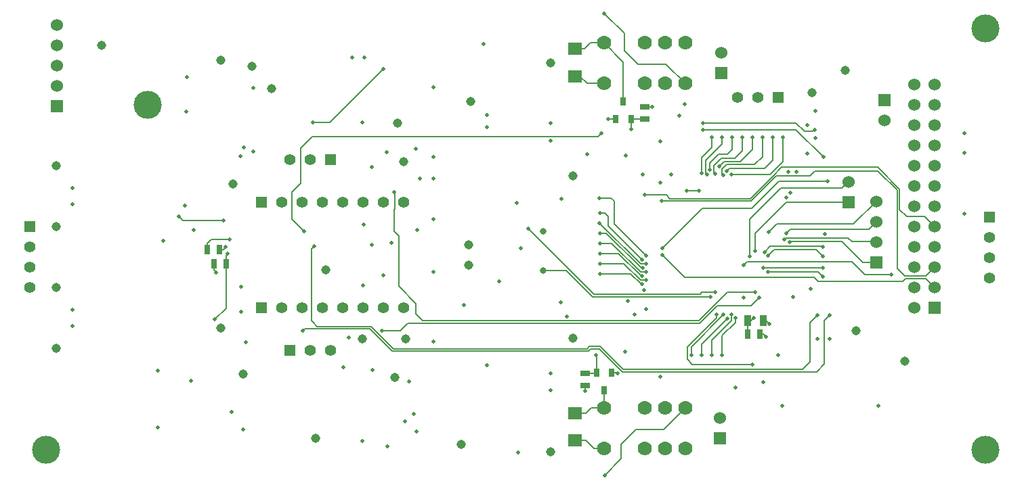
<source format=gbl>
G04 (created by PCBNEW (2013-07-07 BZR 4022)-stable) date 9/7/2014 5:26:02 PM*
%MOIN*%
G04 Gerber Fmt 3.4, Leading zero omitted, Abs format*
%FSLAX34Y34*%
G01*
G70*
G90*
G04 APERTURE LIST*
%ADD10C,0.00590551*%
%ADD11R,0.0315X0.0394*%
%ADD12R,0.035X0.055*%
%ADD13R,0.045X0.025*%
%ADD14R,0.025X0.045*%
%ADD15R,0.055X0.055*%
%ADD16C,0.055*%
%ADD17C,0.045*%
%ADD18R,0.06X0.06*%
%ADD19C,0.06*%
%ADD20R,0.07X0.06*%
%ADD21C,0.0314961*%
%ADD22C,0.07*%
%ADD23C,0.138*%
%ADD24C,0.02*%
%ADD25C,0.006*%
G04 APERTURE END LIST*
G54D10*
G54D11*
X90170Y-46597D03*
X89795Y-47463D03*
X90545Y-47463D03*
X89220Y-60843D03*
X89595Y-59977D03*
X88845Y-59977D03*
G54D12*
X96295Y-57380D03*
X97045Y-57380D03*
G54D13*
X88290Y-59980D03*
X88290Y-60580D03*
X91220Y-47460D03*
X91220Y-46860D03*
G54D14*
X96290Y-58070D03*
X96890Y-58070D03*
G54D15*
X72370Y-56770D03*
G54D16*
X73370Y-56770D03*
X74370Y-56770D03*
X75370Y-56770D03*
X76370Y-56770D03*
X77370Y-56770D03*
X78370Y-56770D03*
X79370Y-56770D03*
G54D15*
X72370Y-51570D03*
G54D16*
X73370Y-51570D03*
X74370Y-51570D03*
X75370Y-51570D03*
X76370Y-51570D03*
X77370Y-51570D03*
X78370Y-51570D03*
X79370Y-51570D03*
G54D15*
X60970Y-52770D03*
G54D16*
X60970Y-53770D03*
X60970Y-54770D03*
X60970Y-55770D03*
G54D15*
X108210Y-52310D03*
G54D16*
X108210Y-53310D03*
X108210Y-54310D03*
X108210Y-55310D03*
G54D15*
X97800Y-46380D03*
G54D16*
X96800Y-46380D03*
X95800Y-46380D03*
G54D15*
X75770Y-49470D03*
G54D16*
X74770Y-49470D03*
X73770Y-49470D03*
G54D15*
X73770Y-58870D03*
G54D16*
X74770Y-58870D03*
X75770Y-58870D03*
G54D17*
X70970Y-50670D03*
X82570Y-54670D03*
X82570Y-53670D03*
X79070Y-47670D03*
X77320Y-58280D03*
X70370Y-57770D03*
X62270Y-55770D03*
X62270Y-58770D03*
X62270Y-49770D03*
X62270Y-52770D03*
X79370Y-49570D03*
X79470Y-58300D03*
X87690Y-50270D03*
X86580Y-44710D03*
X86580Y-63860D03*
X87690Y-58270D03*
X72870Y-45960D03*
X71450Y-60040D03*
G54D18*
X102630Y-54520D03*
G54D19*
X102630Y-53520D03*
X102630Y-52520D03*
X102630Y-51520D03*
G54D18*
X103030Y-46540D03*
G54D19*
X103030Y-47540D03*
G54D18*
X101250Y-51550D03*
G54D19*
X101250Y-50550D03*
G54D18*
X105490Y-56770D03*
G54D19*
X104490Y-56770D03*
X105490Y-55770D03*
X104490Y-55770D03*
X105490Y-54770D03*
X104490Y-54770D03*
X105490Y-53770D03*
X104490Y-53770D03*
X105490Y-52770D03*
X104490Y-52770D03*
X105490Y-51770D03*
X104490Y-51770D03*
X105490Y-50770D03*
X104490Y-50770D03*
X105490Y-49770D03*
X104490Y-49770D03*
X105490Y-48770D03*
X104490Y-48770D03*
X105490Y-47770D03*
X104490Y-47770D03*
X105490Y-46770D03*
X104490Y-46770D03*
X105490Y-45770D03*
X104490Y-45770D03*
G54D20*
X87790Y-61950D03*
X87790Y-63290D03*
X87790Y-44010D03*
X87790Y-45350D03*
G54D21*
X86230Y-54920D03*
X86230Y-52999D03*
G54D22*
X89220Y-45710D03*
X91220Y-45710D03*
X92220Y-45710D03*
X93220Y-45710D03*
X93220Y-43710D03*
X92220Y-43710D03*
X91220Y-43710D03*
X89220Y-43710D03*
X89220Y-63700D03*
X91220Y-63700D03*
X92220Y-63700D03*
X93220Y-63700D03*
X93220Y-61700D03*
X92220Y-61700D03*
X91220Y-61700D03*
X89220Y-61700D03*
G54D18*
X94990Y-45180D03*
G54D19*
X94990Y-44180D03*
G54D18*
X94930Y-63200D03*
G54D19*
X94930Y-62200D03*
G54D14*
X70020Y-54580D03*
X70620Y-54580D03*
X69710Y-53880D03*
X70310Y-53880D03*
G54D17*
X82180Y-63490D03*
X70370Y-44560D03*
X78940Y-60200D03*
X82670Y-46610D03*
X71900Y-44870D03*
X64500Y-43840D03*
X101110Y-45060D03*
X99470Y-46170D03*
X104040Y-59400D03*
X75520Y-54910D03*
X75030Y-63190D03*
X101640Y-57890D03*
G54D18*
X62300Y-46830D03*
G54D19*
X62300Y-45830D03*
X62300Y-44830D03*
X62300Y-43830D03*
X62300Y-42830D03*
G54D23*
X61750Y-63750D03*
X108000Y-43000D03*
X108000Y-63750D03*
X66750Y-46750D03*
G54D24*
X90720Y-57100D03*
X91290Y-56820D03*
X98530Y-56220D03*
X91990Y-50590D03*
X98410Y-51090D03*
X99620Y-48380D03*
X99630Y-47070D03*
X96580Y-57270D03*
X90550Y-47950D03*
X88840Y-59080D03*
X70600Y-53760D03*
X89240Y-42250D03*
X70070Y-57330D03*
X70710Y-54090D03*
X89250Y-65020D03*
X96670Y-56010D03*
X78880Y-51060D03*
X78310Y-57890D03*
X96870Y-56250D03*
X99580Y-47990D03*
X94110Y-47650D03*
X100020Y-49340D03*
X94110Y-48000D03*
X74970Y-53720D03*
X99720Y-57120D03*
X100330Y-57130D03*
X74390Y-57890D03*
X92100Y-54160D03*
X91240Y-51210D03*
X92070Y-51480D03*
X92100Y-53820D03*
X100230Y-50520D03*
X103350Y-55130D03*
X96100Y-54670D03*
X94470Y-56230D03*
X94700Y-56010D03*
X85500Y-52860D03*
X74460Y-52990D03*
X89090Y-48170D03*
X71970Y-49060D03*
X71320Y-49310D03*
X88400Y-49200D03*
X92930Y-47290D03*
X93210Y-46740D03*
X102730Y-61600D03*
X97070Y-60430D03*
X97990Y-61600D03*
X87380Y-57180D03*
X91990Y-48560D03*
X106960Y-48150D03*
X106960Y-49120D03*
X106960Y-52130D03*
X100330Y-58280D03*
X99720Y-58280D03*
X91600Y-46860D03*
X88290Y-60860D03*
X89430Y-47470D03*
X99230Y-47750D03*
X99230Y-49170D03*
X98210Y-51340D03*
X98700Y-50060D03*
X100110Y-53120D03*
X99390Y-55820D03*
X96080Y-56250D03*
X97810Y-59100D03*
X95690Y-60680D03*
X91980Y-60160D03*
X90260Y-58940D03*
X89910Y-59980D03*
X91190Y-55890D03*
X90410Y-56440D03*
X92530Y-50210D03*
X91120Y-50200D03*
X90290Y-49260D03*
X87136Y-51382D03*
X98300Y-50060D03*
X85130Y-53830D03*
X87110Y-56490D03*
X97370Y-57560D03*
X97190Y-58200D03*
X80170Y-50410D03*
X80830Y-50410D03*
X86580Y-47650D03*
X86580Y-48540D03*
X79990Y-62860D03*
X82320Y-56630D03*
X86580Y-59990D03*
X86580Y-60830D03*
X80820Y-58430D03*
X79620Y-60410D03*
X80820Y-45900D03*
X80820Y-54990D03*
X80820Y-52410D03*
X78770Y-53560D03*
X77390Y-52670D03*
X77370Y-55670D03*
X76660Y-58240D03*
X77320Y-63320D03*
X79440Y-62360D03*
X77820Y-59820D03*
X67260Y-59870D03*
X67250Y-62670D03*
X71470Y-62770D03*
X71580Y-58470D03*
X77800Y-49820D03*
X77420Y-44420D03*
X77320Y-47640D03*
X71970Y-45920D03*
X63070Y-56870D03*
X63070Y-57670D03*
X63070Y-50870D03*
X63070Y-51670D03*
X71370Y-56960D03*
X67530Y-53470D03*
X68590Y-51720D03*
X68670Y-47090D03*
X98350Y-53530D03*
X100000Y-55240D03*
X97310Y-55000D03*
X99990Y-54240D03*
X97310Y-54210D03*
X96520Y-59550D03*
X94770Y-57100D03*
X98110Y-53410D03*
X98180Y-53090D03*
X97330Y-53030D03*
X91290Y-54210D03*
X88990Y-51350D03*
X89030Y-55080D03*
X91110Y-55610D03*
X89030Y-54580D03*
X91300Y-55390D03*
X89020Y-52080D03*
X91110Y-54410D03*
X88990Y-52580D03*
X91290Y-54600D03*
X89030Y-53080D03*
X91120Y-54810D03*
X89030Y-53580D03*
X91300Y-55000D03*
X89030Y-54080D03*
X91110Y-55210D03*
X93520Y-59090D03*
X95100Y-57100D03*
X94020Y-59090D03*
X95290Y-57280D03*
X94520Y-59080D03*
X95490Y-57080D03*
X95020Y-59080D03*
X95690Y-57270D03*
X99990Y-54790D03*
X97070Y-54800D03*
X100000Y-53750D03*
X97130Y-54020D03*
X96410Y-54220D03*
X96660Y-53950D03*
X93310Y-51010D03*
X93910Y-51010D03*
X98030Y-48360D03*
X95490Y-50180D03*
X97530Y-48360D03*
X95270Y-50040D03*
X97030Y-48360D03*
X95090Y-50230D03*
X96530Y-48360D03*
X94880Y-49810D03*
X96030Y-48360D03*
X94700Y-50150D03*
X95530Y-48360D03*
X94430Y-49960D03*
X95030Y-48360D03*
X94310Y-50210D03*
X94530Y-48360D03*
X94030Y-50130D03*
X70130Y-55020D03*
X70790Y-53400D03*
X70490Y-52470D03*
X68310Y-52270D03*
X74880Y-47620D03*
X78350Y-45000D03*
X79850Y-61990D03*
X80830Y-49320D03*
X78520Y-49090D03*
X71370Y-55740D03*
X68880Y-60360D03*
X78570Y-63610D03*
X85010Y-63910D03*
X77780Y-53670D03*
X78370Y-55170D03*
X84060Y-55450D03*
X84930Y-51610D03*
X68680Y-45390D03*
X83300Y-43770D03*
X83470Y-59600D03*
X71500Y-48870D03*
X80020Y-52920D03*
X76400Y-59700D03*
X70900Y-61910D03*
X69020Y-52920D03*
X76820Y-44420D03*
X79970Y-48920D03*
X83470Y-47270D03*
X83470Y-47870D03*
G54D25*
X96470Y-57380D02*
X96295Y-57380D01*
X96580Y-57270D02*
X96470Y-57380D01*
X96295Y-57380D02*
X96290Y-57385D01*
X96290Y-57385D02*
X96290Y-58070D01*
X87790Y-63290D02*
X88320Y-63290D01*
X88730Y-63700D02*
X89220Y-63700D01*
X88320Y-63290D02*
X88730Y-63700D01*
X87790Y-45350D02*
X88020Y-45350D01*
X88380Y-45710D02*
X89220Y-45710D01*
X88020Y-45350D02*
X88380Y-45710D01*
X91220Y-47460D02*
X90548Y-47460D01*
X90548Y-47460D02*
X90545Y-47463D01*
X90545Y-47945D02*
X90545Y-47463D01*
X90550Y-47950D02*
X90545Y-47945D01*
X88290Y-59980D02*
X88842Y-59980D01*
X88842Y-59980D02*
X88845Y-59977D01*
X88845Y-59085D02*
X88845Y-59977D01*
X88840Y-59080D02*
X88845Y-59085D01*
X70310Y-53880D02*
X70480Y-53880D01*
X70480Y-53880D02*
X70600Y-53760D01*
X92260Y-44750D02*
X93220Y-45710D01*
X90890Y-44750D02*
X92260Y-44750D01*
X90220Y-44080D02*
X90890Y-44750D01*
X90220Y-43230D02*
X90220Y-44080D01*
X89240Y-42250D02*
X90220Y-43230D01*
X70620Y-54580D02*
X70620Y-56780D01*
X70620Y-56780D02*
X70070Y-57330D01*
X70620Y-54580D02*
X70620Y-54180D01*
X70620Y-54180D02*
X70710Y-54090D01*
X93220Y-61700D02*
X92170Y-62750D01*
X90790Y-62750D02*
X92170Y-62750D01*
X90060Y-63480D02*
X90790Y-62750D01*
X90060Y-64210D02*
X90060Y-63480D01*
X90060Y-64210D02*
X89250Y-65020D01*
X78890Y-52990D02*
X78890Y-51930D01*
X78890Y-52990D02*
X79120Y-53220D01*
X79120Y-53220D02*
X79120Y-55700D01*
X79120Y-55700D02*
X79970Y-56550D01*
X79970Y-56550D02*
X79970Y-57069D01*
X79970Y-57069D02*
X80300Y-57399D01*
X80300Y-57399D02*
X93880Y-57399D01*
X93880Y-57399D02*
X95280Y-56000D01*
X95280Y-56000D02*
X96660Y-56000D01*
X96660Y-56000D02*
X96670Y-56010D01*
X78940Y-51120D02*
X78880Y-51060D01*
X78940Y-51880D02*
X78940Y-51120D01*
X78890Y-51930D02*
X78940Y-51880D01*
X78310Y-57890D02*
X78580Y-57890D01*
X78580Y-57890D02*
X79100Y-57890D01*
X79100Y-57890D02*
X79200Y-57890D01*
X79200Y-57890D02*
X79570Y-57520D01*
X79570Y-57520D02*
X93930Y-57520D01*
X93930Y-57520D02*
X94800Y-56650D01*
X94800Y-56650D02*
X96470Y-56650D01*
X96470Y-56650D02*
X96870Y-56250D01*
X99510Y-48060D02*
X99580Y-47990D01*
X99080Y-48060D02*
X99510Y-48060D01*
X98670Y-47650D02*
X99080Y-48060D01*
X94110Y-47650D02*
X98670Y-47650D01*
X98670Y-47990D02*
X100020Y-49340D01*
X94120Y-47990D02*
X98670Y-47990D01*
X94110Y-48000D02*
X94120Y-47990D01*
X74820Y-53870D02*
X74820Y-57390D01*
X74970Y-53720D02*
X74820Y-53870D01*
X74820Y-57390D02*
X74880Y-57450D01*
X99360Y-57480D02*
X99720Y-57120D01*
X99360Y-59430D02*
X99360Y-57480D01*
X98990Y-59799D02*
X99360Y-59430D01*
X90169Y-59799D02*
X98990Y-59799D01*
X89039Y-58669D02*
X90169Y-59799D01*
X88510Y-58669D02*
X89039Y-58669D01*
X88400Y-58779D02*
X88510Y-58669D01*
X88230Y-58779D02*
X88400Y-58779D01*
X84770Y-58779D02*
X88230Y-58779D01*
X78849Y-58779D02*
X84770Y-58779D01*
X77749Y-57679D02*
X78849Y-58779D01*
X75109Y-57679D02*
X77749Y-57679D01*
X74820Y-57390D02*
X74880Y-57450D01*
X74880Y-57450D02*
X75109Y-57679D01*
X74760Y-57800D02*
X74480Y-57800D01*
X74760Y-57800D02*
X77700Y-57800D01*
X77700Y-57800D02*
X78800Y-58900D01*
X78800Y-58900D02*
X79340Y-58900D01*
X79340Y-58900D02*
X81500Y-58900D01*
X81500Y-58900D02*
X88450Y-58900D01*
X88450Y-58900D02*
X88560Y-58790D01*
X88560Y-58790D02*
X88990Y-58790D01*
X88990Y-58790D02*
X90120Y-59920D01*
X90120Y-59920D02*
X99680Y-59920D01*
X99680Y-59920D02*
X100070Y-59530D01*
X100070Y-59530D02*
X100070Y-57390D01*
X100070Y-57390D02*
X100330Y-57130D01*
X74480Y-57800D02*
X74390Y-57890D01*
X103800Y-55460D02*
X103940Y-55460D01*
X105050Y-55330D02*
X105490Y-55770D01*
X104069Y-55330D02*
X105050Y-55330D01*
X103940Y-55460D02*
X104069Y-55330D01*
X99750Y-55460D02*
X103800Y-55460D01*
X103800Y-55460D02*
X103810Y-55460D01*
X99560Y-55270D02*
X99750Y-55460D01*
X93210Y-55270D02*
X99560Y-55270D01*
X92100Y-54160D02*
X93210Y-55270D01*
X100710Y-49840D02*
X102690Y-49840D01*
X102760Y-49910D02*
X103770Y-50920D01*
X103770Y-50920D02*
X103770Y-51920D01*
X103770Y-51920D02*
X104120Y-52270D01*
X104120Y-52270D02*
X104990Y-52270D01*
X105490Y-52770D02*
X104990Y-52270D01*
X97960Y-49840D02*
X100710Y-49840D01*
X96415Y-51385D02*
X97520Y-50279D01*
X92475Y-51385D02*
X96415Y-51385D01*
X92300Y-51210D02*
X92475Y-51385D01*
X91240Y-51210D02*
X92300Y-51210D01*
X97520Y-50279D02*
X97960Y-49840D01*
X102690Y-49840D02*
X102760Y-49910D01*
X97570Y-50400D02*
X97710Y-50260D01*
X100859Y-50030D02*
X102710Y-50030D01*
X102710Y-50030D02*
X103649Y-50969D01*
X103649Y-50969D02*
X103649Y-54819D01*
X103649Y-54819D02*
X104040Y-55210D01*
X104040Y-55210D02*
X105050Y-55210D01*
X105490Y-54770D02*
X105050Y-55210D01*
X96350Y-51505D02*
X96464Y-51505D01*
X92070Y-51480D02*
X92095Y-51505D01*
X92095Y-51505D02*
X96350Y-51505D01*
X96464Y-51505D02*
X97570Y-50400D01*
X99579Y-50030D02*
X100859Y-50030D01*
X99350Y-50260D02*
X99579Y-50030D01*
X97710Y-50260D02*
X99350Y-50260D01*
X95960Y-51850D02*
X96490Y-51850D01*
X94070Y-51850D02*
X94610Y-51850D01*
X92100Y-53820D02*
X94070Y-51850D01*
X95960Y-51850D02*
X94610Y-51850D01*
X97820Y-50520D02*
X100230Y-50520D01*
X96490Y-51850D02*
X97820Y-50520D01*
X102060Y-55130D02*
X103350Y-55130D01*
X101440Y-54510D02*
X102060Y-55130D01*
X96260Y-54510D02*
X101440Y-54510D01*
X96100Y-54670D02*
X96260Y-54510D01*
X86230Y-54920D02*
X86230Y-54920D01*
X87350Y-54920D02*
X86230Y-54920D01*
X87830Y-55400D02*
X87350Y-54920D01*
X88460Y-56030D02*
X87830Y-55400D01*
X88660Y-56230D02*
X88460Y-56030D01*
X88770Y-56230D02*
X88660Y-56230D01*
X90020Y-56230D02*
X88770Y-56230D01*
X90620Y-56230D02*
X90020Y-56230D01*
X91980Y-56230D02*
X90620Y-56230D01*
X92820Y-56230D02*
X91980Y-56230D01*
X94010Y-56230D02*
X92820Y-56230D01*
X94470Y-56230D02*
X94010Y-56230D01*
X94040Y-56010D02*
X94700Y-56010D01*
X93960Y-56090D02*
X94040Y-56010D01*
X88730Y-56090D02*
X93960Y-56090D01*
X85500Y-52860D02*
X88730Y-56090D01*
X74300Y-50630D02*
X73870Y-51060D01*
X73870Y-52400D02*
X74460Y-52990D01*
X73870Y-51060D02*
X73870Y-52400D01*
X89090Y-48170D02*
X89080Y-48170D01*
X89080Y-48170D02*
X88920Y-48330D01*
X88920Y-48330D02*
X74870Y-48330D01*
X74870Y-48330D02*
X74300Y-48900D01*
X74300Y-48900D02*
X74300Y-50630D01*
X74300Y-50630D02*
X74300Y-50640D01*
X91220Y-46860D02*
X91600Y-46860D01*
X88290Y-60580D02*
X88290Y-60860D01*
X89795Y-47463D02*
X89437Y-47463D01*
X89437Y-47463D02*
X89430Y-47470D01*
X89595Y-59977D02*
X89907Y-59977D01*
X89907Y-59977D02*
X89910Y-59980D01*
X96890Y-58070D02*
X97060Y-58070D01*
X97060Y-58070D02*
X97190Y-58200D01*
X97045Y-57380D02*
X97190Y-57380D01*
X97190Y-57380D02*
X97370Y-57560D01*
X71350Y-56980D02*
X71350Y-57040D01*
X71370Y-56960D02*
X71350Y-56980D01*
X101960Y-54520D02*
X102630Y-54520D01*
X100920Y-53480D02*
X101960Y-54520D01*
X98400Y-53480D02*
X100920Y-53480D01*
X98350Y-53530D02*
X98400Y-53480D01*
X99760Y-55000D02*
X100000Y-55240D01*
X98460Y-55000D02*
X99760Y-55000D01*
X97310Y-55000D02*
X98460Y-55000D01*
X99660Y-53910D02*
X99990Y-54240D01*
X97610Y-53910D02*
X99660Y-53910D01*
X97310Y-54210D02*
X97610Y-53910D01*
X96520Y-59550D02*
X93570Y-59550D01*
X93570Y-59550D02*
X93320Y-59300D01*
X93320Y-59300D02*
X93320Y-58710D01*
X93320Y-58710D02*
X94770Y-57260D01*
X94770Y-57260D02*
X94770Y-57100D01*
X102620Y-53510D02*
X102630Y-53520D01*
X101430Y-53510D02*
X102620Y-53510D01*
X101240Y-53320D02*
X101430Y-53510D01*
X100350Y-53320D02*
X101240Y-53320D01*
X98200Y-53320D02*
X100350Y-53320D01*
X98110Y-53410D02*
X98200Y-53320D01*
X102270Y-52880D02*
X102630Y-52520D01*
X98390Y-52880D02*
X102270Y-52880D01*
X98180Y-53090D02*
X98390Y-52880D01*
X101510Y-52640D02*
X102630Y-51520D01*
X97720Y-52640D02*
X101510Y-52640D01*
X97330Y-53030D02*
X97720Y-52640D01*
X89720Y-51590D02*
X89720Y-51500D01*
X91290Y-54210D02*
X89720Y-52640D01*
X89720Y-52640D02*
X89720Y-51590D01*
X89570Y-51350D02*
X88990Y-51350D01*
X89720Y-51500D02*
X89570Y-51350D01*
X90530Y-55080D02*
X89030Y-55080D01*
X91050Y-55600D02*
X90530Y-55080D01*
X91100Y-55600D02*
X91050Y-55600D01*
X91110Y-55610D02*
X91100Y-55600D01*
X90200Y-54580D02*
X89030Y-54580D01*
X91030Y-55410D02*
X90200Y-54580D01*
X91280Y-55410D02*
X91030Y-55410D01*
X91300Y-55390D02*
X91280Y-55410D01*
X89270Y-52080D02*
X89020Y-52080D01*
X89440Y-52250D02*
X89270Y-52080D01*
X89440Y-52740D02*
X89440Y-52250D01*
X91110Y-54410D02*
X89440Y-52740D01*
X89010Y-52580D02*
X88990Y-52580D01*
X91040Y-54610D02*
X89010Y-52580D01*
X91280Y-54610D02*
X91040Y-54610D01*
X91290Y-54600D02*
X91280Y-54610D01*
X89340Y-53080D02*
X89030Y-53080D01*
X91060Y-54800D02*
X89340Y-53080D01*
X91110Y-54800D02*
X91060Y-54800D01*
X91120Y-54810D02*
X91110Y-54800D01*
X89610Y-53580D02*
X89030Y-53580D01*
X91040Y-55010D02*
X89610Y-53580D01*
X91290Y-55010D02*
X91040Y-55010D01*
X91300Y-55000D02*
X91290Y-55010D01*
X89940Y-54080D02*
X89030Y-54080D01*
X91060Y-55200D02*
X89940Y-54080D01*
X91100Y-55200D02*
X91060Y-55200D01*
X91110Y-55210D02*
X91100Y-55200D01*
X93520Y-58680D02*
X93520Y-59090D01*
X95100Y-57100D02*
X93520Y-58680D01*
X94020Y-58550D02*
X94020Y-59090D01*
X95290Y-57280D02*
X94020Y-58550D01*
X94520Y-58360D02*
X94520Y-59080D01*
X95490Y-57390D02*
X94520Y-58360D01*
X95490Y-57080D02*
X95490Y-57390D01*
X95020Y-58140D02*
X95020Y-59080D01*
X95680Y-57480D02*
X95020Y-58140D01*
X95680Y-57280D02*
X95680Y-57480D01*
X95690Y-57270D02*
X95680Y-57280D01*
X98820Y-54790D02*
X99990Y-54790D01*
X98810Y-54800D02*
X98820Y-54790D01*
X98240Y-54800D02*
X98810Y-54800D01*
X97070Y-54800D02*
X98240Y-54800D01*
X99990Y-53740D02*
X100000Y-53750D01*
X97410Y-53740D02*
X99990Y-53740D01*
X97130Y-54020D02*
X97410Y-53740D01*
X100270Y-50860D02*
X100940Y-50860D01*
X100940Y-50860D02*
X101250Y-50550D01*
X96410Y-54220D02*
X96400Y-54210D01*
X96400Y-54210D02*
X96400Y-52390D01*
X96400Y-52390D02*
X97930Y-50860D01*
X97930Y-50860D02*
X100270Y-50860D01*
X100270Y-50860D02*
X100290Y-50860D01*
X98200Y-51550D02*
X101250Y-51550D01*
X96660Y-53090D02*
X98200Y-51550D01*
X96660Y-53950D02*
X96660Y-53090D01*
X93910Y-51010D02*
X93310Y-51010D01*
X98030Y-49550D02*
X98030Y-48360D01*
X97400Y-50180D02*
X98030Y-49550D01*
X96050Y-50180D02*
X97400Y-50180D01*
X95490Y-50180D02*
X96050Y-50180D01*
X97530Y-49490D02*
X97530Y-48360D01*
X97120Y-49900D02*
X97530Y-49490D01*
X95410Y-49900D02*
X97120Y-49900D01*
X95270Y-50040D02*
X95410Y-49900D01*
X97030Y-49320D02*
X97030Y-48360D01*
X96640Y-49710D02*
X97030Y-49320D01*
X95270Y-49710D02*
X96640Y-49710D01*
X95040Y-49940D02*
X95270Y-49710D01*
X95040Y-50180D02*
X95040Y-49940D01*
X95090Y-50230D02*
X95040Y-50180D01*
X96530Y-48970D02*
X96530Y-48360D01*
X95940Y-49560D02*
X96530Y-48970D01*
X95130Y-49560D02*
X95940Y-49560D01*
X94880Y-49810D02*
X95130Y-49560D01*
X96030Y-49030D02*
X96030Y-48360D01*
X95660Y-49400D02*
X96030Y-49030D01*
X94990Y-49400D02*
X95660Y-49400D01*
X94630Y-49760D02*
X94990Y-49400D01*
X94630Y-50080D02*
X94630Y-49760D01*
X94700Y-50150D02*
X94630Y-50080D01*
X95530Y-48960D02*
X95530Y-48360D01*
X95310Y-49180D02*
X95530Y-48960D01*
X94870Y-49180D02*
X95310Y-49180D01*
X94430Y-49620D02*
X94870Y-49180D01*
X94430Y-49960D02*
X94430Y-49620D01*
X95030Y-48690D02*
X95030Y-48360D01*
X94220Y-49500D02*
X95030Y-48690D01*
X94220Y-50120D02*
X94220Y-49500D01*
X94310Y-50210D02*
X94220Y-50120D01*
X94530Y-48850D02*
X94530Y-48360D01*
X94030Y-49350D02*
X94530Y-48850D01*
X94030Y-50130D02*
X94030Y-49350D01*
X90170Y-46597D02*
X90170Y-44660D01*
X90170Y-44660D02*
X89220Y-43710D01*
X87790Y-44010D02*
X88260Y-44010D01*
X88560Y-43710D02*
X89220Y-43710D01*
X88260Y-44010D02*
X88560Y-43710D01*
X89220Y-60843D02*
X89220Y-61700D01*
X89230Y-61690D02*
X89220Y-61700D01*
X87790Y-61950D02*
X88340Y-61950D01*
X88590Y-61700D02*
X89220Y-61700D01*
X88340Y-61950D02*
X88590Y-61700D01*
X70020Y-54910D02*
X70020Y-54580D01*
X70130Y-55020D02*
X70020Y-54910D01*
X69710Y-53590D02*
X69710Y-53880D01*
X69900Y-53400D02*
X69710Y-53590D01*
X70790Y-53400D02*
X69900Y-53400D01*
X68510Y-52470D02*
X70490Y-52470D01*
X68310Y-52270D02*
X68510Y-52470D01*
X75730Y-47620D02*
X74880Y-47620D01*
X78350Y-45000D02*
X75730Y-47620D01*
M02*

</source>
